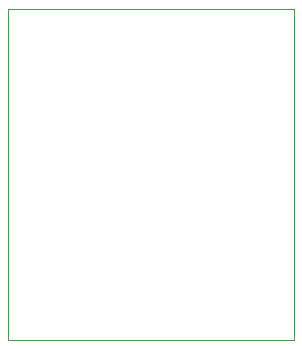
<source format=gko>
G04 #@! TF.FileFunction,Profile,NP*
%FSLAX46Y46*%
G04 Gerber Fmt 4.6, Leading zero omitted, Abs format (unit mm)*
G04 Created by KiCad (PCBNEW 4.0.1-2.201512121406+6195~38~ubuntu14.04.1-stable) date Thu 21 Apr 2016 07:43:07 PM CEST*
%MOMM*%
G01*
G04 APERTURE LIST*
%ADD10C,0.127000*%
%ADD11C,0.100000*%
G04 APERTURE END LIST*
D10*
D11*
X148463000Y-106299000D02*
X172720000Y-106299000D01*
X148463000Y-106299000D02*
X148463000Y-78232000D01*
X172720000Y-78232000D02*
X172720000Y-106299000D01*
X148463000Y-78232000D02*
X172720000Y-78232000D01*
M02*

</source>
